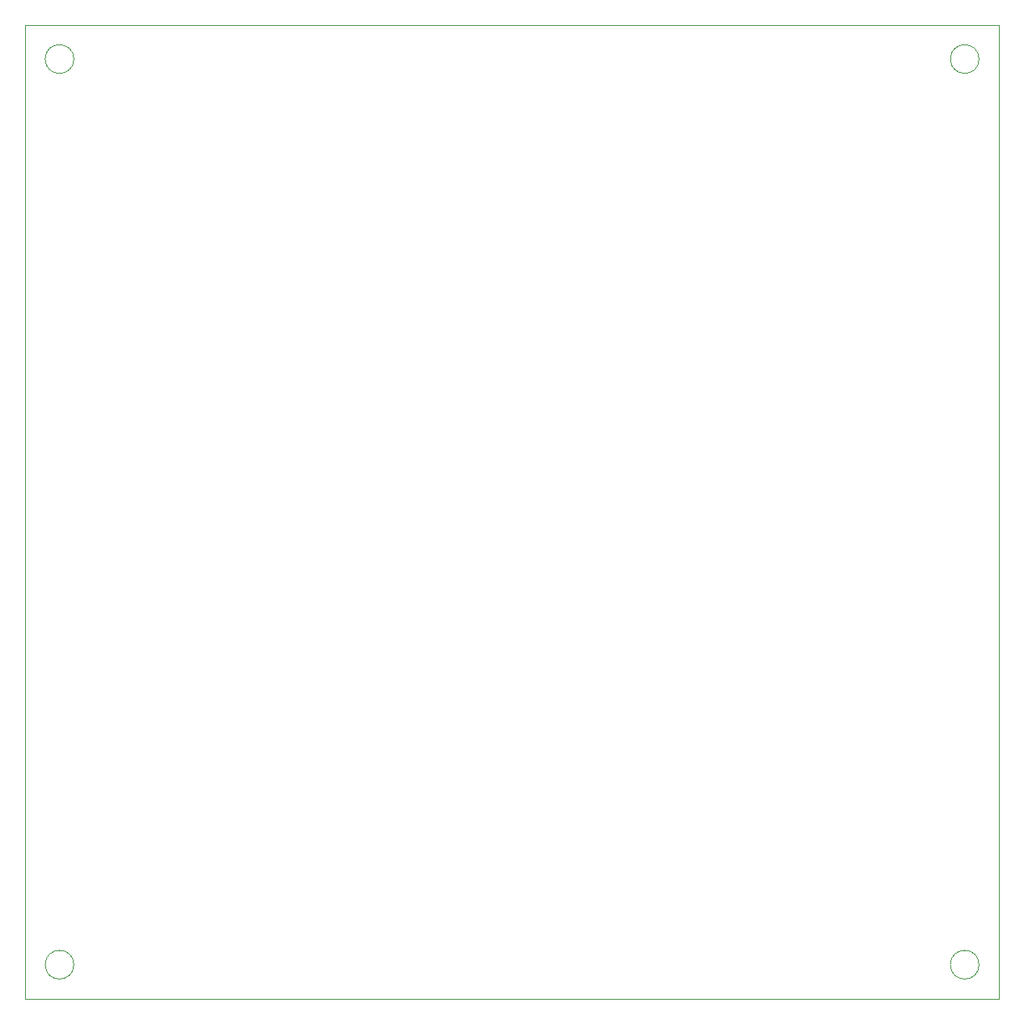
<source format=gbr>
%TF.GenerationSoftware,KiCad,Pcbnew,(6.0.5)*%
%TF.CreationDate,2023-06-09T01:00:48+03:00*%
%TF.ProjectId,Processor-ALU,50726f63-6573-4736-9f72-2d414c552e6b,rev?*%
%TF.SameCoordinates,Original*%
%TF.FileFunction,Profile,NP*%
%FSLAX46Y46*%
G04 Gerber Fmt 4.6, Leading zero omitted, Abs format (unit mm)*
G04 Created by KiCad (PCBNEW (6.0.5)) date 2023-06-09 01:00:48*
%MOMM*%
%LPD*%
G01*
G04 APERTURE LIST*
%TA.AperFunction,Profile*%
%ADD10C,0.100000*%
%TD*%
G04 APERTURE END LIST*
D10*
X177950000Y-133550000D02*
G75*
G03*
X177950000Y-133550000I-1500000J0D01*
G01*
X83200000Y-38750000D02*
G75*
G03*
X83200000Y-38750000I-1500000J0D01*
G01*
X78072500Y-137155000D02*
X180072500Y-137155000D01*
X180072500Y-137155000D02*
X180072500Y-35155000D01*
X180072500Y-35155000D02*
X78072500Y-35155000D01*
X78072500Y-35155000D02*
X78072500Y-137155000D01*
X83200000Y-133550000D02*
G75*
G03*
X83200000Y-133550000I-1500000J0D01*
G01*
X177950000Y-38750000D02*
G75*
G03*
X177950000Y-38750000I-1500000J0D01*
G01*
M02*

</source>
